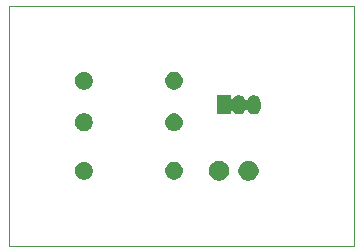
<source format=gbr>
G04 #@! TF.GenerationSoftware,KiCad,Pcbnew,(5.1.2)-2*
G04 #@! TF.CreationDate,2019-08-09T21:51:40-03:00*
G04 #@! TF.ProjectId,Markg1,4d61726b-6731-42e6-9b69-6361645f7063,rev?*
G04 #@! TF.SameCoordinates,Original*
G04 #@! TF.FileFunction,Soldermask,Top*
G04 #@! TF.FilePolarity,Negative*
%FSLAX46Y46*%
G04 Gerber Fmt 4.6, Leading zero omitted, Abs format (unit mm)*
G04 Created by KiCad (PCBNEW (5.1.2)-2) date 2019-08-09 21:51:40*
%MOMM*%
%LPD*%
G04 APERTURE LIST*
%ADD10C,0.050000*%
%ADD11C,0.100000*%
G04 APERTURE END LIST*
D10*
X160020000Y-68580000D02*
X130810000Y-68580000D01*
X160020000Y-88900000D02*
X160020000Y-68580000D01*
X130810000Y-88900000D02*
X160020000Y-88900000D01*
X130810000Y-68580000D02*
X130810000Y-88900000D01*
D11*
G36*
X148838228Y-81731703D02*
G01*
X148993100Y-81795853D01*
X149132481Y-81888985D01*
X149251015Y-82007519D01*
X149344147Y-82146900D01*
X149408297Y-82301772D01*
X149441000Y-82466184D01*
X149441000Y-82633816D01*
X149408297Y-82798228D01*
X149344147Y-82953100D01*
X149251015Y-83092481D01*
X149132481Y-83211015D01*
X148993100Y-83304147D01*
X148838228Y-83368297D01*
X148673816Y-83401000D01*
X148506184Y-83401000D01*
X148341772Y-83368297D01*
X148186900Y-83304147D01*
X148047519Y-83211015D01*
X147928985Y-83092481D01*
X147835853Y-82953100D01*
X147771703Y-82798228D01*
X147739000Y-82633816D01*
X147739000Y-82466184D01*
X147771703Y-82301772D01*
X147835853Y-82146900D01*
X147928985Y-82007519D01*
X148047519Y-81888985D01*
X148186900Y-81795853D01*
X148341772Y-81731703D01*
X148506184Y-81699000D01*
X148673816Y-81699000D01*
X148838228Y-81731703D01*
X148838228Y-81731703D01*
G37*
G36*
X151338228Y-81731703D02*
G01*
X151493100Y-81795853D01*
X151632481Y-81888985D01*
X151751015Y-82007519D01*
X151844147Y-82146900D01*
X151908297Y-82301772D01*
X151941000Y-82466184D01*
X151941000Y-82633816D01*
X151908297Y-82798228D01*
X151844147Y-82953100D01*
X151751015Y-83092481D01*
X151632481Y-83211015D01*
X151493100Y-83304147D01*
X151338228Y-83368297D01*
X151173816Y-83401000D01*
X151006184Y-83401000D01*
X150841772Y-83368297D01*
X150686900Y-83304147D01*
X150547519Y-83211015D01*
X150428985Y-83092481D01*
X150335853Y-82953100D01*
X150271703Y-82798228D01*
X150239000Y-82633816D01*
X150239000Y-82466184D01*
X150271703Y-82301772D01*
X150335853Y-82146900D01*
X150428985Y-82007519D01*
X150547519Y-81888985D01*
X150686900Y-81795853D01*
X150841772Y-81731703D01*
X151006184Y-81699000D01*
X151173816Y-81699000D01*
X151338228Y-81731703D01*
X151338228Y-81731703D01*
G37*
G36*
X144853665Y-81802622D02*
G01*
X144927222Y-81809867D01*
X145068786Y-81852810D01*
X145199252Y-81922546D01*
X145229040Y-81946992D01*
X145313607Y-82016393D01*
X145383008Y-82100960D01*
X145407454Y-82130748D01*
X145477190Y-82261214D01*
X145520133Y-82402778D01*
X145534633Y-82550000D01*
X145520133Y-82697222D01*
X145477190Y-82838786D01*
X145407454Y-82969252D01*
X145383008Y-82999040D01*
X145313607Y-83083607D01*
X145253004Y-83133341D01*
X145199252Y-83177454D01*
X145068786Y-83247190D01*
X144927222Y-83290133D01*
X144853665Y-83297378D01*
X144816888Y-83301000D01*
X144743112Y-83301000D01*
X144706335Y-83297378D01*
X144632778Y-83290133D01*
X144491214Y-83247190D01*
X144360748Y-83177454D01*
X144306996Y-83133341D01*
X144246393Y-83083607D01*
X144176992Y-82999040D01*
X144152546Y-82969252D01*
X144082810Y-82838786D01*
X144039867Y-82697222D01*
X144025367Y-82550000D01*
X144039867Y-82402778D01*
X144082810Y-82261214D01*
X144152546Y-82130748D01*
X144176992Y-82100960D01*
X144246393Y-82016393D01*
X144330960Y-81946992D01*
X144360748Y-81922546D01*
X144491214Y-81852810D01*
X144632778Y-81809867D01*
X144706335Y-81802622D01*
X144743112Y-81799000D01*
X144816888Y-81799000D01*
X144853665Y-81802622D01*
X144853665Y-81802622D01*
G37*
G36*
X137379059Y-81827860D02*
G01*
X137439294Y-81852810D01*
X137515732Y-81884472D01*
X137638735Y-81966660D01*
X137743340Y-82071265D01*
X137825528Y-82194268D01*
X137882140Y-82330941D01*
X137911000Y-82476033D01*
X137911000Y-82623967D01*
X137882140Y-82769059D01*
X137825528Y-82905732D01*
X137743340Y-83028735D01*
X137638735Y-83133340D01*
X137515732Y-83215528D01*
X137515731Y-83215529D01*
X137515730Y-83215529D01*
X137379059Y-83272140D01*
X137233968Y-83301000D01*
X137086032Y-83301000D01*
X136940941Y-83272140D01*
X136804270Y-83215529D01*
X136804269Y-83215529D01*
X136804268Y-83215528D01*
X136681265Y-83133340D01*
X136576660Y-83028735D01*
X136494472Y-82905732D01*
X136437860Y-82769059D01*
X136409000Y-82623967D01*
X136409000Y-82476033D01*
X136437860Y-82330941D01*
X136494472Y-82194268D01*
X136576660Y-82071265D01*
X136681265Y-81966660D01*
X136804268Y-81884472D01*
X136880707Y-81852810D01*
X136940941Y-81827860D01*
X137086032Y-81799000D01*
X137233968Y-81799000D01*
X137379059Y-81827860D01*
X137379059Y-81827860D01*
G37*
G36*
X144853665Y-77692622D02*
G01*
X144927222Y-77699867D01*
X145068786Y-77742810D01*
X145199252Y-77812546D01*
X145229040Y-77836992D01*
X145313607Y-77906393D01*
X145383008Y-77990960D01*
X145407454Y-78020748D01*
X145477190Y-78151214D01*
X145520133Y-78292778D01*
X145534633Y-78440000D01*
X145520133Y-78587222D01*
X145477190Y-78728786D01*
X145407454Y-78859252D01*
X145383008Y-78889040D01*
X145313607Y-78973607D01*
X145253004Y-79023341D01*
X145199252Y-79067454D01*
X145068786Y-79137190D01*
X144927222Y-79180133D01*
X144853665Y-79187378D01*
X144816888Y-79191000D01*
X144743112Y-79191000D01*
X144706335Y-79187378D01*
X144632778Y-79180133D01*
X144491214Y-79137190D01*
X144360748Y-79067454D01*
X144306996Y-79023341D01*
X144246393Y-78973607D01*
X144176992Y-78889040D01*
X144152546Y-78859252D01*
X144082810Y-78728786D01*
X144039867Y-78587222D01*
X144025367Y-78440000D01*
X144039867Y-78292778D01*
X144082810Y-78151214D01*
X144152546Y-78020748D01*
X144176992Y-77990960D01*
X144246393Y-77906393D01*
X144330960Y-77836992D01*
X144360748Y-77812546D01*
X144491214Y-77742810D01*
X144632778Y-77699867D01*
X144706335Y-77692622D01*
X144743112Y-77689000D01*
X144816888Y-77689000D01*
X144853665Y-77692622D01*
X144853665Y-77692622D01*
G37*
G36*
X137379059Y-77717860D02*
G01*
X137514079Y-77773787D01*
X137515732Y-77774472D01*
X137638735Y-77856660D01*
X137743340Y-77961265D01*
X137825528Y-78084268D01*
X137882140Y-78220941D01*
X137911000Y-78366033D01*
X137911000Y-78513967D01*
X137882140Y-78659059D01*
X137825528Y-78795732D01*
X137743340Y-78918735D01*
X137638735Y-79023340D01*
X137515732Y-79105528D01*
X137515731Y-79105529D01*
X137515730Y-79105529D01*
X137379059Y-79162140D01*
X137233968Y-79191000D01*
X137086032Y-79191000D01*
X136940941Y-79162140D01*
X136804270Y-79105529D01*
X136804269Y-79105529D01*
X136804268Y-79105528D01*
X136681265Y-79023340D01*
X136576660Y-78918735D01*
X136494472Y-78795732D01*
X136437860Y-78659059D01*
X136409000Y-78513967D01*
X136409000Y-78366033D01*
X136437860Y-78220941D01*
X136494472Y-78084268D01*
X136576660Y-77961265D01*
X136681265Y-77856660D01*
X136804268Y-77774472D01*
X136805922Y-77773787D01*
X136940941Y-77717860D01*
X137086032Y-77689000D01*
X137233968Y-77689000D01*
X137379059Y-77717860D01*
X137379059Y-77717860D01*
G37*
G36*
X151652915Y-76177334D02*
G01*
X151761491Y-76210271D01*
X151761494Y-76210272D01*
X151797600Y-76229571D01*
X151861556Y-76263756D01*
X151949264Y-76335736D01*
X152021244Y-76423443D01*
X152055429Y-76487399D01*
X152074728Y-76523505D01*
X152074729Y-76523508D01*
X152107666Y-76632084D01*
X152116000Y-76716702D01*
X152116000Y-77223297D01*
X152107666Y-77307916D01*
X152075252Y-77414767D01*
X152074728Y-77416495D01*
X152064761Y-77435141D01*
X152021244Y-77516557D01*
X151949264Y-77604264D01*
X151861557Y-77676244D01*
X151797601Y-77710429D01*
X151761495Y-77729728D01*
X151761492Y-77729729D01*
X151652916Y-77762666D01*
X151540000Y-77773787D01*
X151427085Y-77762666D01*
X151318509Y-77729729D01*
X151318506Y-77729728D01*
X151282400Y-77710429D01*
X151218444Y-77676244D01*
X151130737Y-77604264D01*
X151058757Y-77516557D01*
X151015239Y-77435141D01*
X151001625Y-77414766D01*
X150984298Y-77397439D01*
X150963924Y-77383826D01*
X150941285Y-77374448D01*
X150917252Y-77369668D01*
X150892748Y-77369668D01*
X150868715Y-77374448D01*
X150846076Y-77383826D01*
X150825701Y-77397440D01*
X150808374Y-77414767D01*
X150794761Y-77435141D01*
X150751244Y-77516557D01*
X150679264Y-77604264D01*
X150591557Y-77676244D01*
X150527601Y-77710429D01*
X150491495Y-77729728D01*
X150491492Y-77729729D01*
X150382916Y-77762666D01*
X150270000Y-77773787D01*
X150157085Y-77762666D01*
X150048509Y-77729729D01*
X150048506Y-77729728D01*
X150012400Y-77710429D01*
X149948444Y-77676244D01*
X149860737Y-77604264D01*
X149797622Y-77527359D01*
X149780297Y-77510034D01*
X149759923Y-77496420D01*
X149737284Y-77487043D01*
X149713250Y-77482263D01*
X149688746Y-77482263D01*
X149664713Y-77487044D01*
X149642074Y-77496421D01*
X149621700Y-77510035D01*
X149604373Y-77527362D01*
X149590759Y-77547736D01*
X149581382Y-77570375D01*
X149576000Y-77606660D01*
X149576000Y-77771000D01*
X148424000Y-77771000D01*
X148424000Y-76169000D01*
X149576000Y-76169000D01*
X149576000Y-76333341D01*
X149578402Y-76357727D01*
X149585515Y-76381176D01*
X149597066Y-76402787D01*
X149612611Y-76421729D01*
X149631553Y-76437274D01*
X149653164Y-76448825D01*
X149676613Y-76455938D01*
X149700999Y-76458340D01*
X149725385Y-76455938D01*
X149748834Y-76448825D01*
X149770445Y-76437274D01*
X149789387Y-76421729D01*
X149797608Y-76412657D01*
X149860736Y-76335736D01*
X149948443Y-76263756D01*
X150012399Y-76229571D01*
X150048505Y-76210272D01*
X150048508Y-76210271D01*
X150157084Y-76177334D01*
X150270000Y-76166213D01*
X150382915Y-76177334D01*
X150491491Y-76210271D01*
X150491494Y-76210272D01*
X150527600Y-76229571D01*
X150591556Y-76263756D01*
X150679264Y-76335736D01*
X150751244Y-76423443D01*
X150794761Y-76504859D01*
X150808375Y-76525234D01*
X150825702Y-76542561D01*
X150846076Y-76556174D01*
X150868715Y-76565552D01*
X150892748Y-76570332D01*
X150917252Y-76570332D01*
X150941285Y-76565552D01*
X150963924Y-76556174D01*
X150984299Y-76542560D01*
X151001626Y-76525233D01*
X151015239Y-76504860D01*
X151058756Y-76423444D01*
X151130736Y-76335736D01*
X151218443Y-76263756D01*
X151282399Y-76229571D01*
X151318505Y-76210272D01*
X151318508Y-76210271D01*
X151427084Y-76177334D01*
X151540000Y-76166213D01*
X151652915Y-76177334D01*
X151652915Y-76177334D01*
G37*
G36*
X144853665Y-74182622D02*
G01*
X144927222Y-74189867D01*
X145068786Y-74232810D01*
X145199252Y-74302546D01*
X145229040Y-74326992D01*
X145313607Y-74396393D01*
X145383008Y-74480960D01*
X145407454Y-74510748D01*
X145477190Y-74641214D01*
X145520133Y-74782778D01*
X145534633Y-74930000D01*
X145520133Y-75077222D01*
X145477190Y-75218786D01*
X145407454Y-75349252D01*
X145383008Y-75379040D01*
X145313607Y-75463607D01*
X145253004Y-75513341D01*
X145199252Y-75557454D01*
X145068786Y-75627190D01*
X144927222Y-75670133D01*
X144853665Y-75677378D01*
X144816888Y-75681000D01*
X144743112Y-75681000D01*
X144706335Y-75677378D01*
X144632778Y-75670133D01*
X144491214Y-75627190D01*
X144360748Y-75557454D01*
X144306996Y-75513341D01*
X144246393Y-75463607D01*
X144176992Y-75379040D01*
X144152546Y-75349252D01*
X144082810Y-75218786D01*
X144039867Y-75077222D01*
X144025367Y-74930000D01*
X144039867Y-74782778D01*
X144082810Y-74641214D01*
X144152546Y-74510748D01*
X144176992Y-74480960D01*
X144246393Y-74396393D01*
X144330960Y-74326992D01*
X144360748Y-74302546D01*
X144491214Y-74232810D01*
X144632778Y-74189867D01*
X144706335Y-74182622D01*
X144743112Y-74179000D01*
X144816888Y-74179000D01*
X144853665Y-74182622D01*
X144853665Y-74182622D01*
G37*
G36*
X137379059Y-74207860D02*
G01*
X137439294Y-74232810D01*
X137515732Y-74264472D01*
X137638735Y-74346660D01*
X137743340Y-74451265D01*
X137825528Y-74574268D01*
X137882140Y-74710941D01*
X137911000Y-74856033D01*
X137911000Y-75003967D01*
X137882140Y-75149059D01*
X137825528Y-75285732D01*
X137743340Y-75408735D01*
X137638735Y-75513340D01*
X137515732Y-75595528D01*
X137515731Y-75595529D01*
X137515730Y-75595529D01*
X137379059Y-75652140D01*
X137233968Y-75681000D01*
X137086032Y-75681000D01*
X136940941Y-75652140D01*
X136804270Y-75595529D01*
X136804269Y-75595529D01*
X136804268Y-75595528D01*
X136681265Y-75513340D01*
X136576660Y-75408735D01*
X136494472Y-75285732D01*
X136437860Y-75149059D01*
X136409000Y-75003967D01*
X136409000Y-74856033D01*
X136437860Y-74710941D01*
X136494472Y-74574268D01*
X136576660Y-74451265D01*
X136681265Y-74346660D01*
X136804268Y-74264472D01*
X136880707Y-74232810D01*
X136940941Y-74207860D01*
X137086032Y-74179000D01*
X137233968Y-74179000D01*
X137379059Y-74207860D01*
X137379059Y-74207860D01*
G37*
M02*

</source>
